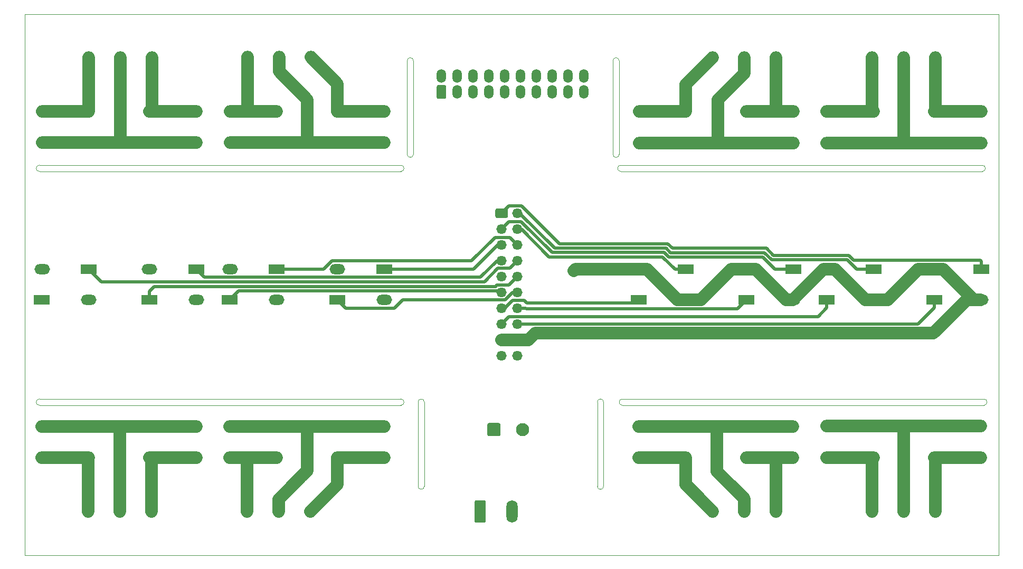
<source format=gbr>
%TF.GenerationSoftware,KiCad,Pcbnew,5.1.9-73d0e3b20d~88~ubuntu20.04.1*%
%TF.CreationDate,2021-03-03T11:34:14+04:00*%
%TF.ProjectId,relay_board,72656c61-795f-4626-9f61-72642e6b6963,rev?*%
%TF.SameCoordinates,Original*%
%TF.FileFunction,Copper,L1,Top*%
%TF.FilePolarity,Positive*%
%FSLAX46Y46*%
G04 Gerber Fmt 4.6, Leading zero omitted, Abs format (unit mm)*
G04 Created by KiCad (PCBNEW 5.1.9-73d0e3b20d~88~ubuntu20.04.1) date 2021-03-03 11:34:14*
%MOMM*%
%LPD*%
G01*
G04 APERTURE LIST*
%TA.AperFunction,Profile*%
%ADD10C,0.050000*%
%TD*%
%TA.AperFunction,Profile*%
%ADD11C,0.100000*%
%TD*%
%TA.AperFunction,ComponentPad*%
%ADD12O,1.500000X2.200000*%
%TD*%
%TA.AperFunction,ComponentPad*%
%ADD13O,2.000000X2.000000*%
%TD*%
%TA.AperFunction,ComponentPad*%
%ADD14O,2.500000X1.650000*%
%TD*%
%TA.AperFunction,ComponentPad*%
%ADD15R,2.500000X1.650000*%
%TD*%
%TA.AperFunction,ComponentPad*%
%ADD16O,1.650000X1.500000*%
%TD*%
%TA.AperFunction,ComponentPad*%
%ADD17O,1.800000X3.600000*%
%TD*%
%TA.AperFunction,ComponentPad*%
%ADD18C,2.100000*%
%TD*%
%TA.AperFunction,ViaPad*%
%ADD19C,0.800000*%
%TD*%
%TA.AperFunction,Conductor*%
%ADD20C,2.000000*%
%TD*%
%TA.AperFunction,Conductor*%
%ADD21C,0.500000*%
%TD*%
%TA.AperFunction,Conductor*%
%ADD22C,0.400000*%
%TD*%
%TA.AperFunction,Conductor*%
%ADD23C,1.750000*%
%TD*%
G04 APERTURE END LIST*
D10*
X145750000Y-46500000D02*
X145750000Y-50500000D01*
X146750000Y-46500000D02*
X146750000Y-50500000D01*
X112750000Y-46500000D02*
X112750000Y-50500000D01*
X113750000Y-46500000D02*
X113750000Y-50500000D01*
X144250000Y-112250000D02*
X144250000Y-114750000D01*
X143250000Y-112250000D02*
X143250000Y-114750000D01*
X114500000Y-101250000D02*
G75*
G02*
X115500000Y-101250000I500000J0D01*
G01*
X115500000Y-114750000D02*
G75*
G02*
X114500000Y-114750000I-500000J0D01*
G01*
X114500000Y-101250000D02*
X114500000Y-114750000D01*
X115500000Y-114750000D02*
X115500000Y-101250000D01*
X143250000Y-101250000D02*
G75*
G02*
X144250000Y-101250000I500000J0D01*
G01*
X144250000Y-114750000D02*
G75*
G02*
X143250000Y-114750000I-500000J0D01*
G01*
X143250000Y-101250000D02*
X143250000Y-112250000D01*
X144250000Y-112250000D02*
X144250000Y-101250000D01*
X112750000Y-46500000D02*
G75*
G02*
X113750000Y-46500000I500000J0D01*
G01*
X113750000Y-61500000D02*
G75*
G02*
X112750000Y-61500000I-500000J0D01*
G01*
X112750000Y-50500000D02*
X112750000Y-61500000D01*
X113750000Y-61500000D02*
X113750000Y-50500000D01*
X145750000Y-46500000D02*
G75*
G02*
X146750000Y-46500000I500000J0D01*
G01*
X146750000Y-61500000D02*
G75*
G02*
X145750000Y-61500000I-500000J0D01*
G01*
X145750000Y-50500000D02*
X145750000Y-61500000D01*
X146750000Y-61500000D02*
X146750000Y-50500000D01*
X53750000Y-64250000D02*
X111750000Y-64250000D01*
X111750000Y-63250000D02*
X53750000Y-63250000D01*
X53750000Y-64250000D02*
G75*
G02*
X53750000Y-63250000I0J500000D01*
G01*
X111750000Y-63250000D02*
G75*
G02*
X111750000Y-64250000I0J-500000D01*
G01*
X53750000Y-101750000D02*
X111750000Y-101750000D01*
X111750000Y-100750000D02*
X53750000Y-100750000D01*
X53750000Y-101750000D02*
G75*
G02*
X53750000Y-100750000I0J500000D01*
G01*
X111750000Y-100750000D02*
G75*
G02*
X111750000Y-101750000I0J-500000D01*
G01*
X147250000Y-101750000D02*
X205250000Y-101750000D01*
X205250000Y-100750000D02*
X147250000Y-100750000D01*
X147250000Y-101750000D02*
G75*
G02*
X147250000Y-100750000I0J500000D01*
G01*
X205250000Y-100750000D02*
G75*
G02*
X205250000Y-101750000I0J-500000D01*
G01*
X147000000Y-64250000D02*
G75*
G02*
X147000000Y-63250000I0J500000D01*
G01*
X205000000Y-63250000D02*
G75*
G02*
X205000000Y-64250000I0J-500000D01*
G01*
X147000000Y-64250000D02*
X205000000Y-64250000D01*
X205000000Y-63250000D02*
X147000000Y-63250000D01*
D11*
X207600000Y-125800000D02*
X51400000Y-125800000D01*
X207600000Y-39000000D02*
X207600000Y-125800000D01*
X51400000Y-125800000D02*
X51400000Y-39000000D01*
X51400000Y-39000000D02*
X207600000Y-39000000D01*
D12*
%TO.P,J12,20*%
%TO.N,GND*%
X141110000Y-48960000D03*
%TO.P,J12,18*%
%TO.N,/COM*%
X138570000Y-48960000D03*
%TO.P,J12,16*%
%TO.N,/L16*%
X136030000Y-48960000D03*
%TO.P,J12,14*%
%TO.N,/L14*%
X133490000Y-48960000D03*
%TO.P,J12,12*%
%TO.N,/L12*%
X130950000Y-48960000D03*
%TO.P,J12,10*%
%TO.N,/L10*%
X128410000Y-48960000D03*
%TO.P,J12,8*%
%TO.N,/L8*%
X125870000Y-48960000D03*
%TO.P,J12,6*%
%TO.N,/L6*%
X123330000Y-48960000D03*
%TO.P,J12,4*%
%TO.N,/L4*%
X120790000Y-48960000D03*
%TO.P,J12,2*%
%TO.N,/L2*%
X118250000Y-48960000D03*
%TO.P,J12,19*%
%TO.N,GND*%
X141110000Y-51500000D03*
%TO.P,J12,17*%
%TO.N,/COM*%
X138570000Y-51500000D03*
%TO.P,J12,15*%
%TO.N,/L15*%
X136030000Y-51500000D03*
%TO.P,J12,13*%
%TO.N,/L13*%
X133490000Y-51500000D03*
%TO.P,J12,11*%
%TO.N,/L11*%
X130950000Y-51500000D03*
%TO.P,J12,9*%
%TO.N,/L9*%
X128410000Y-51500000D03*
%TO.P,J12,7*%
%TO.N,/L7*%
X125870000Y-51500000D03*
%TO.P,J12,5*%
%TO.N,/L5*%
X123330000Y-51500000D03*
%TO.P,J12,3*%
%TO.N,/L3*%
X120790000Y-51500000D03*
%TO.P,J12,1*%
%TO.N,/L1*%
%TA.AperFunction,ComponentPad*%
G36*
G01*
X118779500Y-52600000D02*
X117720500Y-52600000D01*
G75*
G02*
X117500000Y-52379500I0J220500D01*
G01*
X117500000Y-50620500D01*
G75*
G02*
X117720500Y-50400000I220500J0D01*
G01*
X118779500Y-50400000D01*
G75*
G02*
X119000000Y-50620500I0J-220500D01*
G01*
X119000000Y-52379500D01*
G75*
G02*
X118779500Y-52600000I-220500J0D01*
G01*
G37*
%TD.AperFunction*%
%TD*%
D13*
%TO.P,K15,14*%
%TO.N,/sheet6028DD5A/3*%
X180050000Y-110160000D03*
%TO.P,K15,21*%
%TO.N,/sheet6028DD5A/L2*%
X187550000Y-105120000D03*
%TO.P,K15,24*%
%TO.N,/sheet6028DD5A/3*%
X187550000Y-110160000D03*
%TO.P,K15,11*%
%TO.N,/sheet6028DD5A/L2*%
X180050000Y-105120000D03*
D14*
%TO.P,K15,A2*%
%TO.N,/COM*%
X187550000Y-84820000D03*
D15*
%TO.P,K15,A1*%
%TO.N,/L15*%
X180050000Y-84820000D03*
%TD*%
%TO.P,J1,1*%
%TO.N,/L1*%
%TA.AperFunction,ComponentPad*%
G36*
G01*
X126900000Y-71489500D02*
X126900000Y-70430500D01*
G75*
G02*
X127120500Y-70210000I220500J0D01*
G01*
X128679500Y-70210000D01*
G75*
G02*
X128900000Y-70430500I0J-220500D01*
G01*
X128900000Y-71489500D01*
G75*
G02*
X128679500Y-71710000I-220500J0D01*
G01*
X127120500Y-71710000D01*
G75*
G02*
X126900000Y-71489500I0J220500D01*
G01*
G37*
%TD.AperFunction*%
D16*
%TO.P,J1,3*%
%TO.N,/L3*%
X127900000Y-73500000D03*
%TO.P,J1,5*%
%TO.N,/L5*%
X127900000Y-76040000D03*
%TO.P,J1,7*%
%TO.N,/L7*%
X127900000Y-78580000D03*
%TO.P,J1,9*%
%TO.N,/L9*%
X127900000Y-81120000D03*
%TO.P,J1,11*%
%TO.N,/L11*%
X127900000Y-83660000D03*
%TO.P,J1,13*%
%TO.N,/L13*%
X127900000Y-86200000D03*
%TO.P,J1,15*%
%TO.N,/L15*%
X127900000Y-88740000D03*
%TO.P,J1,17*%
%TO.N,/COM*%
X127900000Y-91280000D03*
%TO.P,J1,19*%
%TO.N,GND*%
X127900000Y-93820000D03*
%TO.P,J1,2*%
%TO.N,/L2*%
X130440000Y-70960000D03*
%TO.P,J1,4*%
%TO.N,/L4*%
X130440000Y-73500000D03*
%TO.P,J1,6*%
%TO.N,/L6*%
X130440000Y-76040000D03*
%TO.P,J1,8*%
%TO.N,/L8*%
X130440000Y-78580000D03*
%TO.P,J1,10*%
%TO.N,/L10*%
X130440000Y-81120000D03*
%TO.P,J1,12*%
%TO.N,/L12*%
X130440000Y-83660000D03*
%TO.P,J1,14*%
%TO.N,/L14*%
X130440000Y-86200000D03*
%TO.P,J1,16*%
%TO.N,/L16*%
X130440000Y-88740000D03*
%TO.P,J1,18*%
%TO.N,/COM*%
X130440000Y-91280000D03*
%TO.P,J1,20*%
%TO.N,GND*%
X130440000Y-93820000D03*
%TD*%
D13*
%TO.P,K16,14*%
%TO.N,/sheet6028DD5A/4*%
X197290000Y-110160000D03*
%TO.P,K16,21*%
%TO.N,/sheet6028DD5A/L2*%
X204790000Y-105120000D03*
%TO.P,K16,24*%
%TO.N,/sheet6028DD5A/4*%
X204790000Y-110160000D03*
%TO.P,K16,11*%
%TO.N,/sheet6028DD5A/L2*%
X197290000Y-105120000D03*
D14*
%TO.P,K16,A2*%
%TO.N,/COM*%
X204790000Y-84820000D03*
D15*
%TO.P,K16,A1*%
%TO.N,/L16*%
X197290000Y-84820000D03*
%TD*%
D13*
%TO.P,K14,14*%
%TO.N,/sheet6028DD5A/2*%
X167150000Y-110170000D03*
%TO.P,K14,21*%
%TO.N,/sheet6028DD5A/L1*%
X174650000Y-105130000D03*
%TO.P,K14,24*%
%TO.N,/sheet6028DD5A/2*%
X174650000Y-110170000D03*
%TO.P,K14,11*%
%TO.N,/sheet6028DD5A/L1*%
X167150000Y-105130000D03*
D14*
%TO.P,K14,A2*%
%TO.N,/COM*%
X174650000Y-84830000D03*
D15*
%TO.P,K14,A1*%
%TO.N,/L14*%
X167150000Y-84830000D03*
%TD*%
D13*
%TO.P,K13,14*%
%TO.N,/sheet6028DD5A/1*%
X149920000Y-110170000D03*
%TO.P,K13,21*%
%TO.N,/sheet6028DD5A/L1*%
X157420000Y-105130000D03*
%TO.P,K13,24*%
%TO.N,/sheet6028DD5A/1*%
X157420000Y-110170000D03*
%TO.P,K13,11*%
%TO.N,/sheet6028DD5A/L1*%
X149920000Y-105130000D03*
D14*
%TO.P,K13,A2*%
%TO.N,/COM*%
X157420000Y-84830000D03*
D15*
%TO.P,K13,A1*%
%TO.N,/L13*%
X149920000Y-84830000D03*
%TD*%
D13*
%TO.P,K12,14*%
%TO.N,/3relay_block/4*%
X101550000Y-110180000D03*
%TO.P,K12,21*%
%TO.N,/3relay_block/L2*%
X109050000Y-105140000D03*
%TO.P,K12,24*%
%TO.N,/3relay_block/4*%
X109050000Y-110180000D03*
%TO.P,K12,11*%
%TO.N,/3relay_block/L2*%
X101550000Y-105140000D03*
D14*
%TO.P,K12,A2*%
%TO.N,/COM*%
X109050000Y-84840000D03*
D15*
%TO.P,K12,A1*%
%TO.N,/L12*%
X101550000Y-84840000D03*
%TD*%
D13*
%TO.P,K11,14*%
%TO.N,/3relay_block/3*%
X84300000Y-110180000D03*
%TO.P,K11,21*%
%TO.N,/3relay_block/L2*%
X91800000Y-105140000D03*
%TO.P,K11,24*%
%TO.N,/3relay_block/3*%
X91800000Y-110180000D03*
%TO.P,K11,11*%
%TO.N,/3relay_block/L2*%
X84300000Y-105140000D03*
D14*
%TO.P,K11,A2*%
%TO.N,/COM*%
X91800000Y-84840000D03*
D15*
%TO.P,K11,A1*%
%TO.N,/L11*%
X84300000Y-84840000D03*
%TD*%
D13*
%TO.P,K10,14*%
%TO.N,/3relay_block/2*%
X71400000Y-110180000D03*
%TO.P,K10,21*%
%TO.N,/3relay_block/L1*%
X78900000Y-105140000D03*
%TO.P,K10,24*%
%TO.N,/3relay_block/2*%
X78900000Y-110180000D03*
%TO.P,K10,11*%
%TO.N,/3relay_block/L1*%
X71400000Y-105140000D03*
D14*
%TO.P,K10,A2*%
%TO.N,/COM*%
X78900000Y-84840000D03*
D15*
%TO.P,K10,A1*%
%TO.N,/L10*%
X71400000Y-84840000D03*
%TD*%
D13*
%TO.P,K9,14*%
%TO.N,/3relay_block/1*%
X54170000Y-110200000D03*
%TO.P,K9,21*%
%TO.N,/3relay_block/L1*%
X61670000Y-105160000D03*
%TO.P,K9,24*%
%TO.N,/3relay_block/1*%
X61670000Y-110200000D03*
%TO.P,K9,11*%
%TO.N,/3relay_block/L1*%
X54170000Y-105160000D03*
D14*
%TO.P,K9,A2*%
%TO.N,/COM*%
X61670000Y-84860000D03*
D15*
%TO.P,K9,A1*%
%TO.N,/L9*%
X54170000Y-84860000D03*
%TD*%
D13*
%TO.P,K8,14*%
%TO.N,/sheet60201268/4*%
X61700000Y-54610000D03*
%TO.P,K8,21*%
%TO.N,/sheet60201268/L2*%
X54200000Y-59650000D03*
%TO.P,K8,24*%
%TO.N,/sheet60201268/4*%
X54200000Y-54610000D03*
%TO.P,K8,11*%
%TO.N,/sheet60201268/L2*%
X61700000Y-59650000D03*
D14*
%TO.P,K8,A2*%
%TO.N,/COM*%
X54200000Y-79950000D03*
D15*
%TO.P,K8,A1*%
%TO.N,/L8*%
X61700000Y-79950000D03*
%TD*%
D13*
%TO.P,K7,14*%
%TO.N,/sheet60201268/3*%
X78930000Y-54610000D03*
%TO.P,K7,21*%
%TO.N,/sheet60201268/L2*%
X71430000Y-59650000D03*
%TO.P,K7,24*%
%TO.N,/sheet60201268/3*%
X71430000Y-54610000D03*
%TO.P,K7,11*%
%TO.N,/sheet60201268/L2*%
X78930000Y-59650000D03*
D14*
%TO.P,K7,A2*%
%TO.N,/COM*%
X71430000Y-79950000D03*
D15*
%TO.P,K7,A1*%
%TO.N,/L7*%
X78930000Y-79950000D03*
%TD*%
D13*
%TO.P,K6,14*%
%TO.N,/sheet60201268/2*%
X91820000Y-54610000D03*
%TO.P,K6,21*%
%TO.N,/sheet60201268/L1*%
X84320000Y-59650000D03*
%TO.P,K6,24*%
%TO.N,/sheet60201268/2*%
X84320000Y-54610000D03*
%TO.P,K6,11*%
%TO.N,/sheet60201268/L1*%
X91820000Y-59650000D03*
D14*
%TO.P,K6,A2*%
%TO.N,/COM*%
X84320000Y-79950000D03*
D15*
%TO.P,K6,A1*%
%TO.N,/L6*%
X91820000Y-79950000D03*
%TD*%
D13*
%TO.P,K5,14*%
%TO.N,/sheet60201268/1*%
X109070000Y-54610000D03*
%TO.P,K5,21*%
%TO.N,/sheet60201268/L1*%
X101570000Y-59650000D03*
%TO.P,K5,24*%
%TO.N,/sheet60201268/1*%
X101570000Y-54610000D03*
%TO.P,K5,11*%
%TO.N,/sheet60201268/L1*%
X109070000Y-59650000D03*
D14*
%TO.P,K5,A2*%
%TO.N,/COM*%
X101570000Y-79950000D03*
D15*
%TO.P,K5,A1*%
%TO.N,/L5*%
X109070000Y-79950000D03*
%TD*%
D13*
%TO.P,K4,14*%
%TO.N,/4relay_block/4*%
X157440000Y-54620000D03*
%TO.P,K4,21*%
%TO.N,/4relay_block/L2*%
X149940000Y-59660000D03*
%TO.P,K4,24*%
%TO.N,/4relay_block/4*%
X149940000Y-54620000D03*
%TO.P,K4,11*%
%TO.N,/4relay_block/L2*%
X157440000Y-59660000D03*
D14*
%TO.P,K4,A2*%
%TO.N,/COM*%
X149940000Y-79960000D03*
D15*
%TO.P,K4,A1*%
%TO.N,/L4*%
X157440000Y-79960000D03*
%TD*%
D13*
%TO.P,K3,14*%
%TO.N,/4relay_block/3*%
X174670000Y-54620000D03*
%TO.P,K3,21*%
%TO.N,/4relay_block/L2*%
X167170000Y-59660000D03*
%TO.P,K3,24*%
%TO.N,/4relay_block/3*%
X167170000Y-54620000D03*
%TO.P,K3,11*%
%TO.N,/4relay_block/L2*%
X174670000Y-59660000D03*
D14*
%TO.P,K3,A2*%
%TO.N,/COM*%
X167170000Y-79960000D03*
D15*
%TO.P,K3,A1*%
%TO.N,/L3*%
X174670000Y-79960000D03*
%TD*%
D13*
%TO.P,K2,14*%
%TO.N,/4relay_block/2*%
X187570000Y-54630000D03*
%TO.P,K2,21*%
%TO.N,/4relay_block/L1*%
X180070000Y-59670000D03*
%TO.P,K2,24*%
%TO.N,/4relay_block/2*%
X180070000Y-54630000D03*
%TO.P,K2,11*%
%TO.N,/4relay_block/L1*%
X187570000Y-59670000D03*
D14*
%TO.P,K2,A2*%
%TO.N,/COM*%
X180070000Y-79970000D03*
D15*
%TO.P,K2,A1*%
%TO.N,/L2*%
X187570000Y-79970000D03*
%TD*%
D13*
%TO.P,K1,14*%
%TO.N,/4relay_block/1*%
X204810000Y-54630000D03*
%TO.P,K1,21*%
%TO.N,/4relay_block/L1*%
X197310000Y-59670000D03*
%TO.P,K1,24*%
%TO.N,/4relay_block/1*%
X197310000Y-54630000D03*
%TO.P,K1,11*%
%TO.N,/4relay_block/L1*%
X204810000Y-59670000D03*
D14*
%TO.P,K1,A2*%
%TO.N,/COM*%
X197310000Y-79970000D03*
D15*
%TO.P,K1,A1*%
%TO.N,/L1*%
X204810000Y-79970000D03*
%TD*%
D13*
%TO.P,J11,3*%
%TO.N,/sheet6028DD5A/4*%
X197480000Y-118810000D03*
%TO.P,J11,2*%
%TO.N,/sheet6028DD5A/L2*%
X192400000Y-118810000D03*
%TO.P,J11,1*%
%TO.N,/sheet6028DD5A/3*%
X187320000Y-118810000D03*
%TD*%
%TO.P,J10,3*%
%TO.N,/sheet6028DD5A/2*%
X171930000Y-118800000D03*
%TO.P,J10,2*%
%TO.N,/sheet6028DD5A/L1*%
X166850000Y-118800000D03*
%TO.P,J10,1*%
%TO.N,/sheet6028DD5A/1*%
X161770000Y-118800000D03*
%TD*%
%TO.P,J9,3*%
%TO.N,/3relay_block/4*%
X97200000Y-118800000D03*
%TO.P,J9,2*%
%TO.N,/3relay_block/L2*%
X92120000Y-118800000D03*
%TO.P,J9,1*%
%TO.N,/3relay_block/3*%
X87040000Y-118800000D03*
%TD*%
%TO.P,J8,3*%
%TO.N,/3relay_block/2*%
X71720000Y-118810000D03*
%TO.P,J8,2*%
%TO.N,/3relay_block/L1*%
X66640000Y-118810000D03*
%TO.P,J8,1*%
%TO.N,/3relay_block/1*%
X61560000Y-118810000D03*
%TD*%
%TO.P,J7,3*%
%TO.N,/sheet60201268/4*%
X61660000Y-45990000D03*
%TO.P,J7,2*%
%TO.N,/sheet60201268/L2*%
X66740000Y-45990000D03*
%TO.P,J7,1*%
%TO.N,/sheet60201268/3*%
X71820000Y-45990000D03*
%TD*%
%TO.P,J6,3*%
%TO.N,/sheet60201268/2*%
X87160000Y-45930000D03*
%TO.P,J6,2*%
%TO.N,/sheet60201268/L1*%
X92240000Y-45930000D03*
%TO.P,J6,1*%
%TO.N,/sheet60201268/1*%
X97320000Y-45930000D03*
%TD*%
%TO.P,J5,3*%
%TO.N,/4relay_block/4*%
X161780000Y-45970000D03*
%TO.P,J5,2*%
%TO.N,/4relay_block/L2*%
X166860000Y-45970000D03*
%TO.P,J5,1*%
%TO.N,/4relay_block/3*%
X171940000Y-45970000D03*
%TD*%
%TO.P,J4,3*%
%TO.N,/4relay_block/2*%
X187310000Y-45980000D03*
%TO.P,J4,2*%
%TO.N,/4relay_block/L1*%
X192390000Y-45980000D03*
%TO.P,J4,1*%
%TO.N,/4relay_block/1*%
X197470000Y-45980000D03*
%TD*%
D17*
%TO.P,J3,2*%
%TO.N,GND*%
X129540000Y-118800000D03*
%TO.P,J3,1*%
%TO.N,/COM*%
%TA.AperFunction,ComponentPad*%
G36*
G01*
X123560000Y-120350000D02*
X123560000Y-117250000D01*
G75*
G02*
X123810000Y-117000000I250000J0D01*
G01*
X125110000Y-117000000D01*
G75*
G02*
X125360000Y-117250000I0J-250000D01*
G01*
X125360000Y-120350000D01*
G75*
G02*
X125110000Y-120600000I-250000J0D01*
G01*
X123810000Y-120600000D01*
G75*
G02*
X123560000Y-120350000I0J250000D01*
G01*
G37*
%TD.AperFunction*%
%TD*%
%TO.P,J2,1*%
%TO.N,/COM*%
%TA.AperFunction,ComponentPad*%
G36*
G01*
X125610000Y-106460001D02*
X125610000Y-104859999D01*
G75*
G02*
X125859999Y-104610000I249999J0D01*
G01*
X127460001Y-104610000D01*
G75*
G02*
X127710000Y-104859999I0J-249999D01*
G01*
X127710000Y-106460001D01*
G75*
G02*
X127460001Y-106710000I-249999J0D01*
G01*
X125859999Y-106710000D01*
G75*
G02*
X125610000Y-106460001I0J249999D01*
G01*
G37*
%TD.AperFunction*%
D18*
%TO.P,J2,2*%
%TO.N,GND*%
X131260000Y-105660000D03*
%TD*%
D19*
%TO.N,/COM*%
X139465119Y-80224881D03*
%TO.N,/4relay_block/4*%
X151880000Y-54620000D03*
X153380000Y-54620000D03*
X155380000Y-54620000D03*
X157440000Y-52060000D03*
X157440000Y-50560000D03*
X158625000Y-49125000D03*
X159875000Y-47875000D03*
%TO.N,/4relay_block/3*%
X172380000Y-54620000D03*
X170880000Y-54620000D03*
X169380000Y-54620000D03*
X171940000Y-52060000D03*
X171940000Y-50560000D03*
X171940000Y-49060000D03*
%TO.N,/4relay_block/2*%
X187310000Y-48690000D03*
X187310000Y-50190000D03*
X187310000Y-52190000D03*
X185370000Y-54630000D03*
X183870000Y-54630000D03*
X182370000Y-54630000D03*
%TO.N,/4relay_block/1*%
X202870000Y-54630000D03*
X200870000Y-54630000D03*
X198870000Y-54630000D03*
X197470000Y-52530000D03*
X197470000Y-50530000D03*
X197470000Y-48530000D03*
%TO.N,/sheet60201268/4*%
X58000000Y-54610000D03*
X59390000Y-54610000D03*
X61640000Y-52360000D03*
X61660000Y-50340000D03*
X61660000Y-48340000D03*
X56390000Y-54610000D03*
%TO.N,/sheet60201268/3*%
X71820000Y-48180000D03*
X71820000Y-50180000D03*
X71820000Y-52180000D03*
X73390000Y-54610000D03*
X75390000Y-54610000D03*
X77000000Y-54610000D03*
%TO.N,/sheet60201268/2*%
X90000000Y-54610000D03*
X87160000Y-47840000D03*
X87160000Y-49840000D03*
X87160000Y-51840000D03*
X86390000Y-54610000D03*
X88000000Y-54610000D03*
%TO.N,/sheet60201268/1*%
X107390000Y-54610000D03*
X105390000Y-54610000D03*
X103390000Y-54610000D03*
X98695000Y-47305000D03*
X100000000Y-48500000D03*
X101570000Y-50180000D03*
X101570000Y-52430000D03*
%TO.N,/sheet6028DD5A/4*%
X199340000Y-110160000D03*
X200840000Y-110160000D03*
X202840000Y-110160000D03*
X197480000Y-112520000D03*
X197480000Y-114520000D03*
X197480000Y-116020000D03*
%TO.N,/sheet6028DD5A/3*%
X181840000Y-110160000D03*
X183840000Y-110160000D03*
X185840000Y-110160000D03*
X187320000Y-112680000D03*
X187320000Y-116180000D03*
X187320000Y-114500000D03*
%TO.N,/sheet6028DD5A/2*%
X169330000Y-110170000D03*
X171330000Y-110170000D03*
X172830000Y-110170000D03*
X171930000Y-112570000D03*
X171930000Y-114570000D03*
X171930000Y-116570000D03*
%TO.N,/sheet6028DD5A/1*%
X159735000Y-116765000D03*
X157985000Y-115015000D03*
X157420000Y-113080000D03*
X155330000Y-110170000D03*
X153330000Y-110170000D03*
X151830000Y-110170000D03*
%TO.N,/3relay_block/4*%
X103820000Y-110180000D03*
X105320000Y-110180000D03*
X106820000Y-110180000D03*
X101550000Y-113450000D03*
X100500000Y-115500000D03*
X99000000Y-117000000D03*
%TO.N,/3relay_block/3*%
X86320000Y-110180000D03*
X88320000Y-110180000D03*
X89820000Y-110180000D03*
X87040000Y-112960000D03*
X87040000Y-114960000D03*
X87040000Y-116460000D03*
%TO.N,/3relay_block/2*%
X73820000Y-110180000D03*
X75500000Y-110180000D03*
X77000000Y-110180000D03*
X71720000Y-112280000D03*
X71720000Y-114280000D03*
X71720000Y-116280000D03*
%TO.N,/3relay_block/1*%
X56300000Y-110200000D03*
X58000000Y-110000000D03*
X59800000Y-110200000D03*
X61560000Y-112440000D03*
X61560000Y-114440000D03*
X61560000Y-116440000D03*
%TO.N,/4relay_block/L1*%
X198830000Y-59670000D03*
X202830000Y-59670000D03*
X200830000Y-59670000D03*
X192390000Y-48610000D03*
X192390000Y-50610000D03*
X192390000Y-52610000D03*
X192390000Y-55000000D03*
X192390000Y-57500000D03*
X194500000Y-59670000D03*
X192000000Y-59500000D03*
X190000000Y-59500000D03*
X185330000Y-59670000D03*
X183830000Y-59670000D03*
X182330000Y-59670000D03*
%TO.N,/4relay_block/L2*%
X172340000Y-59660000D03*
X170840000Y-59660000D03*
X169340000Y-59660000D03*
X165340000Y-59660000D03*
X162500000Y-59500000D03*
X159340000Y-59660000D03*
X155340000Y-59660000D03*
X153340000Y-59660000D03*
X151840000Y-59660000D03*
X166860000Y-48140000D03*
X163180000Y-52180000D03*
X164930000Y-50430000D03*
X162630000Y-54870000D03*
X162600000Y-57500000D03*
%TO.N,/sheet60201268/L1*%
X107350000Y-59650000D03*
X105350000Y-59650000D03*
X103350000Y-59650000D03*
X99350000Y-59650000D03*
X93350000Y-59650000D03*
X96500000Y-59650000D03*
X96760000Y-57000000D03*
X96760000Y-54240000D03*
X96015000Y-51985000D03*
X94015000Y-49985000D03*
X92240000Y-48210000D03*
X90350000Y-59650000D03*
X88350000Y-59650000D03*
X86350000Y-59650000D03*
%TO.N,/sheet60201268/L2*%
X77350000Y-59650000D03*
X75350000Y-59650000D03*
X73350000Y-59650000D03*
X69350000Y-59650000D03*
X63350000Y-59650000D03*
X66500000Y-59650000D03*
X60000000Y-59650000D03*
X58350000Y-59650000D03*
X56350000Y-59650000D03*
X66740000Y-57500000D03*
X66740000Y-55000000D03*
X66740000Y-52260000D03*
X66740000Y-50260000D03*
X66740000Y-48260000D03*
%TO.N,/3relay_block/L1*%
X76840000Y-105160000D03*
X74840000Y-105160000D03*
X73340000Y-105160000D03*
X69340000Y-105160000D03*
X66610000Y-105160000D03*
X64340000Y-105160000D03*
X59840000Y-105160000D03*
X57840000Y-105160000D03*
X56340000Y-105160000D03*
X66640000Y-116360000D03*
X66640000Y-114360000D03*
X66640000Y-112360000D03*
X66640000Y-109860000D03*
X66640000Y-107360000D03*
%TO.N,/3relay_block/L2*%
X106860000Y-105140000D03*
X105360000Y-105140000D03*
X103860000Y-105140000D03*
X99360000Y-105140000D03*
X94360000Y-105140000D03*
X89860000Y-105140000D03*
X87860000Y-105140000D03*
X86360000Y-105140000D03*
X92475000Y-116475000D03*
X93975000Y-114975000D03*
X95725000Y-113225000D03*
X96700000Y-110800000D03*
X96700000Y-108300000D03*
X96660000Y-105140000D03*
%TO.N,/sheet6028DD5A/L1*%
X151870000Y-105130000D03*
X153370000Y-105130000D03*
X155370000Y-105130000D03*
X159500000Y-105130000D03*
X162000000Y-105130000D03*
X164500000Y-105130000D03*
X169370000Y-105130000D03*
X171370000Y-105130000D03*
X172870000Y-105130000D03*
X162500000Y-108000000D03*
X162460000Y-110540000D03*
X162795000Y-112705000D03*
X164545000Y-114455000D03*
X166295000Y-116205000D03*
%TO.N,/sheet6028DD5A/L2*%
X202880000Y-105120000D03*
X200880000Y-105120000D03*
X199380000Y-105120000D03*
X194880000Y-105120000D03*
X192000000Y-105120000D03*
X189500000Y-105120000D03*
X185380000Y-105120000D03*
X183380000Y-105120000D03*
X181880000Y-105120000D03*
X192400000Y-116100000D03*
X192400000Y-114600000D03*
X192400000Y-112600000D03*
X192400000Y-110600000D03*
X192400000Y-108100000D03*
%TD*%
D20*
%TO.N,/COM*%
X139730000Y-79960000D02*
X139465119Y-80224881D01*
X149940000Y-79960000D02*
X139730000Y-79960000D01*
X130440000Y-91280000D02*
X127900000Y-91280000D01*
X133270000Y-90200000D02*
X132190000Y-91280000D01*
X197150000Y-90200000D02*
X133270000Y-90200000D01*
X132190000Y-91280000D02*
X130440000Y-91280000D01*
X202530000Y-84820000D02*
X197150000Y-90200000D01*
X204790000Y-84820000D02*
X202530000Y-84820000D01*
X198730000Y-79970000D02*
X203580000Y-84820000D01*
X203580000Y-84820000D02*
X204790000Y-84820000D01*
X197310000Y-79970000D02*
X198730000Y-79970000D01*
X194700000Y-79970000D02*
X189850000Y-84820000D01*
X189850000Y-84820000D02*
X187550000Y-84820000D01*
X197310000Y-79970000D02*
X194700000Y-79970000D01*
X186240000Y-84820000D02*
X187550000Y-84820000D01*
X181390000Y-79970000D02*
X186240000Y-84820000D01*
X180070000Y-79970000D02*
X181390000Y-79970000D01*
X179510000Y-79970000D02*
X174650000Y-84830000D01*
X180070000Y-79970000D02*
X179510000Y-79970000D01*
X168680000Y-79960000D02*
X167170000Y-79960000D01*
X173550000Y-84830000D02*
X168680000Y-79960000D01*
X174650000Y-84830000D02*
X173550000Y-84830000D01*
X159860000Y-84830000D02*
X157420000Y-84830000D01*
X164730000Y-79960000D02*
X159860000Y-84830000D01*
X167170000Y-79960000D02*
X164730000Y-79960000D01*
X151240000Y-79960000D02*
X149940000Y-79960000D01*
X156110000Y-84830000D02*
X151240000Y-79960000D01*
X157420000Y-84830000D02*
X156110000Y-84830000D01*
D21*
%TO.N,/L16*%
X197290000Y-86145000D02*
X194695000Y-88740000D01*
X194695000Y-88740000D02*
X130440000Y-88740000D01*
X197290000Y-84820000D02*
X197290000Y-86145000D01*
%TO.N,/L14*%
X167150000Y-84830000D02*
X165699990Y-86280010D01*
X165699990Y-86280010D02*
X131845010Y-86280010D01*
X131845010Y-86280010D02*
X131765000Y-86200000D01*
X131765000Y-86200000D02*
X130440000Y-86200000D01*
%TO.N,/L12*%
X110650000Y-86220000D02*
X102930000Y-86220000D01*
X102930000Y-86220000D02*
X101550000Y-84840000D01*
X112009990Y-84860010D02*
X110650000Y-86220000D01*
X128479990Y-84860010D02*
X112009990Y-84860010D01*
X129680000Y-83660000D02*
X128479990Y-84860010D01*
X130440000Y-83660000D02*
X129680000Y-83660000D01*
%TO.N,/L10*%
X85420046Y-82729989D02*
X72185011Y-82729989D01*
X71400000Y-83515000D02*
X71400000Y-84840000D01*
X126912941Y-82699989D02*
X85450046Y-82699989D01*
X130440000Y-81120000D02*
X129100010Y-82459990D01*
X129100010Y-82459990D02*
X127152940Y-82459990D01*
X127152940Y-82459990D02*
X126912941Y-82699989D01*
X85450046Y-82699989D02*
X85420046Y-82729989D01*
X72185011Y-82729989D02*
X71400000Y-83515000D01*
%TO.N,/L8*%
X129239990Y-79780010D02*
X130440000Y-78580000D01*
X127292920Y-79780010D02*
X129239990Y-79780010D01*
X125142930Y-81930000D02*
X127292920Y-79780010D01*
X63680000Y-81930000D02*
X125142930Y-81930000D01*
X61700000Y-79950000D02*
X63680000Y-81930000D01*
%TO.N,/L6*%
X123060000Y-78590000D02*
X100690000Y-78590000D01*
X99330000Y-79950000D02*
X91820000Y-79950000D01*
X126830010Y-74819990D02*
X123060000Y-78590000D01*
X129219990Y-74819990D02*
X126830010Y-74819990D01*
X100690000Y-78590000D02*
X99330000Y-79950000D01*
X130440000Y-76040000D02*
X129219990Y-74819990D01*
%TO.N,/L4*%
X155690000Y-79960000D02*
X157440000Y-79960000D01*
X130440000Y-73500000D02*
X131060000Y-73500000D01*
X135520000Y-77960000D02*
X153690000Y-77960000D01*
X153690000Y-77960000D02*
X155690000Y-79960000D01*
X131060000Y-73500000D02*
X135520000Y-77960000D01*
%TO.N,/L2*%
X154979919Y-77269989D02*
X154269908Y-76559978D01*
X183290000Y-78400000D02*
X171199964Y-78400000D01*
X154269908Y-76559978D02*
X136389978Y-76559978D01*
X130790000Y-70960000D02*
X130440000Y-70960000D01*
X136389978Y-76559978D02*
X130790000Y-70960000D01*
X170069954Y-77269989D02*
X154979919Y-77269989D01*
X171199964Y-78400000D02*
X170069954Y-77269989D01*
X187570000Y-79970000D02*
X184860000Y-79970000D01*
X184860000Y-79970000D02*
X183290000Y-78400000D01*
%TO.N,/L15*%
X180050000Y-86145000D02*
X178655010Y-87539990D01*
X129100010Y-87539990D02*
X127900000Y-88740000D01*
X180050000Y-84820000D02*
X180050000Y-86145000D01*
X178655010Y-87539990D02*
X129100010Y-87539990D01*
D22*
%TO.N,/L13*%
X128510000Y-86200000D02*
X127900000Y-86200000D01*
X149920000Y-84830000D02*
X149740000Y-85010000D01*
D21*
X128400000Y-86200000D02*
X127900000Y-86200000D01*
X131520001Y-84970001D02*
X129629999Y-84970001D01*
X129629999Y-84970001D02*
X128400000Y-86200000D01*
X131910000Y-85360000D02*
X131520001Y-84970001D01*
X131940000Y-85330000D02*
X131910000Y-85360000D01*
X149420000Y-85330000D02*
X131940000Y-85330000D01*
X149920000Y-84830000D02*
X149420000Y-85330000D01*
%TO.N,/L11*%
X127640000Y-83400000D02*
X85740000Y-83400000D01*
X85740000Y-83400000D02*
X84300000Y-84840000D01*
X127900000Y-83660000D02*
X127640000Y-83400000D01*
%TO.N,/L7*%
X80210000Y-81230000D02*
X78930000Y-79950000D01*
X124530000Y-81230000D02*
X80210000Y-81230000D01*
X127180000Y-78580000D02*
X124530000Y-81230000D01*
X127900000Y-78580000D02*
X127180000Y-78580000D01*
%TO.N,/L5*%
X123360000Y-79950000D02*
X109070000Y-79950000D01*
X127270000Y-76040000D02*
X123360000Y-79950000D01*
X127900000Y-76040000D02*
X127270000Y-76040000D01*
%TO.N,/L3*%
X154689965Y-77970000D02*
X169780000Y-77970000D01*
X171770000Y-79960000D02*
X174670000Y-79960000D01*
X169780000Y-77970000D02*
X171770000Y-79960000D01*
X153979954Y-77259989D02*
X154689965Y-77970000D01*
X135979989Y-77259989D02*
X153979954Y-77259989D01*
X131019990Y-72299990D02*
X135979989Y-77259989D01*
X129100010Y-72299990D02*
X131019990Y-72299990D01*
X127900000Y-73500000D02*
X129100010Y-72299990D01*
%TO.N,/L1*%
X129100010Y-69759990D02*
X131079990Y-69759990D01*
X183579954Y-77699989D02*
X184379965Y-78500000D01*
X131079990Y-69759990D02*
X137179967Y-75859967D01*
X127900000Y-70960000D02*
X129100010Y-69759990D01*
X137179967Y-75859967D02*
X154559862Y-75859967D01*
X154559862Y-75859967D02*
X155269873Y-76569978D01*
X184379965Y-78500000D02*
X204665000Y-78500000D01*
X155269873Y-76569978D02*
X170359908Y-76569978D01*
X170359908Y-76569978D02*
X171489917Y-77699989D01*
X204665000Y-78500000D02*
X204810000Y-78645000D01*
X171489917Y-77699989D02*
X183579954Y-77699989D01*
X204810000Y-78645000D02*
X204810000Y-79970000D01*
D20*
%TO.N,/4relay_block/4*%
X157440000Y-54620000D02*
X149940000Y-54620000D01*
X157440000Y-54620000D02*
X157440000Y-50310000D01*
X157440000Y-50310000D02*
X161780000Y-45970000D01*
%TO.N,/4relay_block/3*%
X171730000Y-54620000D02*
X174670000Y-54620000D01*
X167170000Y-54620000D02*
X171730000Y-54620000D01*
D23*
X171940000Y-54410000D02*
X171730000Y-54620000D01*
D20*
X171940000Y-54410000D02*
X172150000Y-54620000D01*
X171940000Y-45970000D02*
X171940000Y-54410000D01*
X172150000Y-54620000D02*
X174670000Y-54620000D01*
X167170000Y-54620000D02*
X172150000Y-54620000D01*
D23*
%TO.N,/4relay_block/2*%
X187310000Y-54370000D02*
X187570000Y-54630000D01*
D20*
X180070000Y-54630000D02*
X187570000Y-54630000D01*
X187310000Y-45980000D02*
X187310000Y-54370000D01*
%TO.N,/4relay_block/1*%
X197470000Y-54470000D02*
X197310000Y-54630000D01*
X197470000Y-45980000D02*
X197470000Y-54470000D01*
X197310000Y-54630000D02*
X204810000Y-54630000D01*
%TO.N,/sheet60201268/4*%
X54200000Y-54610000D02*
X56390000Y-54610000D01*
X61640000Y-46010000D02*
X61660000Y-45990000D01*
X61640000Y-54550000D02*
X61640000Y-52360000D01*
X61700000Y-54610000D02*
X61640000Y-54550000D01*
X56390000Y-54610000D02*
X57390000Y-54610000D01*
X57390000Y-54610000D02*
X58390000Y-54610000D01*
X58390000Y-54610000D02*
X59390000Y-54610000D01*
X59390000Y-54610000D02*
X61700000Y-54610000D01*
X61640000Y-52360000D02*
X61640000Y-46010000D01*
%TO.N,/sheet60201268/3*%
X71820000Y-54220000D02*
X71430000Y-54610000D01*
X71820000Y-45990000D02*
X71820000Y-48180000D01*
X78930000Y-54610000D02*
X77390000Y-54610000D01*
X71820000Y-48180000D02*
X71820000Y-49180000D01*
X71820000Y-49180000D02*
X71820000Y-50180000D01*
X71820000Y-50180000D02*
X71820000Y-51180000D01*
X71820000Y-51180000D02*
X71820000Y-52180000D01*
X71820000Y-52180000D02*
X71820000Y-54220000D01*
X73390000Y-54610000D02*
X71430000Y-54610000D01*
X74390000Y-54610000D02*
X73390000Y-54610000D01*
X75390000Y-54610000D02*
X74390000Y-54610000D01*
X76390000Y-54610000D02*
X75390000Y-54610000D01*
X77390000Y-54610000D02*
X76390000Y-54610000D01*
D23*
%TO.N,/sheet60201268/2*%
X86820000Y-54610000D02*
X91820000Y-54610000D01*
X84320000Y-54610000D02*
X86820000Y-54610000D01*
D20*
X88100000Y-54610000D02*
X84320000Y-54610000D01*
X91820000Y-54610000D02*
X88100000Y-54610000D01*
X86820000Y-54610000D02*
X88100000Y-54610000D01*
X87160000Y-54270000D02*
X86820000Y-54610000D01*
X87160000Y-45930000D02*
X87160000Y-54270000D01*
%TO.N,/sheet60201268/1*%
X109070000Y-54610000D02*
X101570000Y-54610000D01*
X97320000Y-45930000D02*
X101570000Y-50180000D01*
X101570000Y-50180000D02*
X101570000Y-54610000D01*
%TO.N,/sheet6028DD5A/4*%
X204790000Y-110160000D02*
X202840000Y-110160000D01*
X197480000Y-110350000D02*
X197290000Y-110160000D01*
X197480000Y-118810000D02*
X197480000Y-116020000D01*
X199340000Y-110160000D02*
X197290000Y-110160000D01*
X200840000Y-110160000D02*
X199340000Y-110160000D01*
X202840000Y-110160000D02*
X200840000Y-110160000D01*
X197480000Y-112520000D02*
X197480000Y-110350000D01*
X197480000Y-114520000D02*
X197480000Y-112520000D01*
X197480000Y-116020000D02*
X197480000Y-114520000D01*
%TO.N,/sheet6028DD5A/3*%
X180050000Y-110160000D02*
X181840000Y-110160000D01*
X187320000Y-110390000D02*
X187550000Y-110160000D01*
X187320000Y-118810000D02*
X187320000Y-116180000D01*
X181840000Y-110160000D02*
X183840000Y-110160000D01*
X183840000Y-110160000D02*
X185840000Y-110160000D01*
X185840000Y-110160000D02*
X187550000Y-110160000D01*
X187320000Y-112680000D02*
X187320000Y-110390000D01*
X187320000Y-114180000D02*
X187320000Y-112680000D01*
X187320000Y-116180000D02*
X187320000Y-114180000D01*
%TO.N,/sheet6028DD5A/2*%
X171930000Y-110290000D02*
X171810000Y-110170000D01*
X171930000Y-118800000D02*
X171930000Y-116570000D01*
X171810000Y-110170000D02*
X171330000Y-110170000D01*
X174650000Y-110170000D02*
X172830000Y-110170000D01*
X169330000Y-110170000D02*
X167150000Y-110170000D01*
X171330000Y-110170000D02*
X169330000Y-110170000D01*
X172830000Y-110170000D02*
X171810000Y-110170000D01*
X171930000Y-112570000D02*
X171930000Y-110290000D01*
X171930000Y-114570000D02*
X171930000Y-112570000D01*
X171930000Y-116570000D02*
X171930000Y-114570000D01*
%TO.N,/sheet6028DD5A/1*%
X149920000Y-110170000D02*
X151830000Y-110170000D01*
X157420000Y-114450000D02*
X157985000Y-115015000D01*
X157420000Y-110170000D02*
X157420000Y-113080000D01*
X159735000Y-116765000D02*
X161770000Y-118800000D01*
X157985000Y-115015000D02*
X159735000Y-116765000D01*
X157420000Y-113080000D02*
X157420000Y-114450000D01*
X155330000Y-110170000D02*
X157420000Y-110170000D01*
X153330000Y-110170000D02*
X155330000Y-110170000D01*
X151830000Y-110170000D02*
X153330000Y-110170000D01*
%TO.N,/3relay_block/4*%
X109050000Y-110180000D02*
X106820000Y-110180000D01*
X101550000Y-114450000D02*
X100500000Y-115500000D01*
X101550000Y-110180000D02*
X101550000Y-113450000D01*
X103820000Y-110180000D02*
X101550000Y-110180000D01*
X105320000Y-110180000D02*
X103820000Y-110180000D01*
X106820000Y-110180000D02*
X105320000Y-110180000D01*
X101550000Y-113450000D02*
X101550000Y-114450000D01*
X100500000Y-115500000D02*
X99000000Y-117000000D01*
X99000000Y-117000000D02*
X97200000Y-118800000D01*
%TO.N,/3relay_block/3*%
X87040000Y-110430000D02*
X86790000Y-110180000D01*
X87040000Y-118800000D02*
X87040000Y-116460000D01*
X86790000Y-110180000D02*
X88320000Y-110180000D01*
X84300000Y-110180000D02*
X86320000Y-110180000D01*
X86320000Y-110180000D02*
X86790000Y-110180000D01*
X88320000Y-110180000D02*
X89820000Y-110180000D01*
X89820000Y-110180000D02*
X91800000Y-110180000D01*
X87040000Y-112960000D02*
X87040000Y-110430000D01*
X87040000Y-114960000D02*
X87040000Y-112960000D01*
X87040000Y-116460000D02*
X87040000Y-114960000D01*
%TO.N,/3relay_block/2*%
X71400000Y-110180000D02*
X73820000Y-110180000D01*
X71720000Y-110500000D02*
X71400000Y-110180000D01*
X71720000Y-118810000D02*
X71720000Y-116280000D01*
X73820000Y-110180000D02*
X75820000Y-110180000D01*
X75820000Y-110180000D02*
X77320000Y-110180000D01*
X77320000Y-110180000D02*
X78900000Y-110180000D01*
X71720000Y-112280000D02*
X71720000Y-110500000D01*
X71720000Y-114280000D02*
X71720000Y-112280000D01*
X71720000Y-116280000D02*
X71720000Y-114280000D01*
%TO.N,/3relay_block/1*%
X54170000Y-110200000D02*
X56300000Y-110200000D01*
X61560000Y-110310000D02*
X61670000Y-110200000D01*
X61560000Y-118810000D02*
X61560000Y-116440000D01*
X56300000Y-110200000D02*
X58300000Y-110200000D01*
X58300000Y-110200000D02*
X59800000Y-110200000D01*
X59800000Y-110200000D02*
X61670000Y-110200000D01*
X61560000Y-112440000D02*
X61560000Y-110310000D01*
X61560000Y-114440000D02*
X61560000Y-112440000D01*
X61560000Y-116440000D02*
X61560000Y-114440000D01*
D23*
%TO.N,/4relay_block/L1*%
X180070000Y-59670000D02*
X180070000Y-59700000D01*
X180070000Y-59700000D02*
X180100000Y-59670000D01*
X192580000Y-59670000D02*
X204810000Y-59670000D01*
X180100000Y-59670000D02*
X192580000Y-59670000D01*
D20*
X180070000Y-59670000D02*
X204810000Y-59670000D01*
X192390000Y-59480000D02*
X192580000Y-59670000D01*
X192390000Y-45980000D02*
X192390000Y-59480000D01*
%TO.N,/4relay_block/L2*%
X162630000Y-59660000D02*
X149940000Y-59660000D01*
X174670000Y-59660000D02*
X162630000Y-59660000D01*
X149940000Y-59660000D02*
X174670000Y-59660000D01*
X166860000Y-45970000D02*
X166860000Y-48500000D01*
X166860000Y-48500000D02*
X162630000Y-52730000D01*
X162630000Y-52730000D02*
X162630000Y-54870000D01*
X162630000Y-54870000D02*
X162630000Y-59660000D01*
D23*
%TO.N,/sheet60201268/L1*%
X84320000Y-59650000D02*
X96770000Y-59650000D01*
X96770000Y-59650000D02*
X109070000Y-59650000D01*
X96760000Y-59640000D02*
X96760000Y-52730000D01*
X96770000Y-59650000D02*
X96760000Y-59640000D01*
D20*
X92240000Y-45930000D02*
X92240000Y-48210000D01*
X92240000Y-48210000D02*
X96760000Y-52730000D01*
X96760000Y-59010000D02*
X96120000Y-59650000D01*
X96760000Y-52730000D02*
X96760000Y-59010000D01*
X96120000Y-59650000D02*
X109070000Y-59650000D01*
X84320000Y-59650000D02*
X96120000Y-59650000D01*
%TO.N,/sheet60201268/L2*%
X66740000Y-45990000D02*
X66740000Y-48260000D01*
X66740000Y-59550000D02*
X66840000Y-59650000D01*
X66840000Y-59650000D02*
X66350000Y-59650000D01*
X78930000Y-59650000D02*
X77350000Y-59650000D01*
X77350000Y-59650000D02*
X76350000Y-59650000D01*
X76350000Y-59650000D02*
X75350000Y-59650000D01*
X75350000Y-59650000D02*
X74350000Y-59650000D01*
X74350000Y-59650000D02*
X73350000Y-59650000D01*
X73350000Y-59650000D02*
X69350000Y-59650000D01*
X69350000Y-59650000D02*
X68350000Y-59650000D01*
X68350000Y-59650000D02*
X66840000Y-59650000D01*
X63350000Y-59650000D02*
X60350000Y-59650000D01*
X64350000Y-59650000D02*
X63350000Y-59650000D01*
X65350000Y-59650000D02*
X64350000Y-59650000D01*
X66350000Y-59650000D02*
X65350000Y-59650000D01*
X60350000Y-59650000D02*
X59350000Y-59650000D01*
X59350000Y-59650000D02*
X58350000Y-59650000D01*
X58350000Y-59650000D02*
X57350000Y-59650000D01*
X57350000Y-59650000D02*
X56350000Y-59650000D01*
X56350000Y-59650000D02*
X54200000Y-59650000D01*
X66740000Y-58260000D02*
X66740000Y-59550000D01*
X66740000Y-57260000D02*
X66740000Y-58260000D01*
X66740000Y-56260000D02*
X66740000Y-57260000D01*
X66740000Y-55260000D02*
X66740000Y-56260000D01*
X66740000Y-54260000D02*
X66740000Y-55260000D01*
X66740000Y-53260000D02*
X66740000Y-54260000D01*
X66740000Y-52260000D02*
X66740000Y-53260000D01*
X66740000Y-51260000D02*
X66740000Y-52260000D01*
X66740000Y-50260000D02*
X66740000Y-51260000D01*
X66740000Y-49260000D02*
X66740000Y-50260000D01*
X66740000Y-48260000D02*
X66740000Y-49260000D01*
%TO.N,/3relay_block/L1*%
X78880000Y-105160000D02*
X78900000Y-105140000D01*
X66640000Y-105190000D02*
X66610000Y-105160000D01*
X66640000Y-118810000D02*
X66640000Y-116360000D01*
X66610000Y-105160000D02*
X69340000Y-105160000D01*
X54170000Y-105160000D02*
X56340000Y-105160000D01*
X76840000Y-105160000D02*
X78880000Y-105160000D01*
X74840000Y-105160000D02*
X76840000Y-105160000D01*
X73340000Y-105160000D02*
X74840000Y-105160000D01*
X69340000Y-105160000D02*
X73340000Y-105160000D01*
X66610000Y-105160000D02*
X66610000Y-105160000D01*
X64340000Y-105160000D02*
X66610000Y-105160000D01*
X59840000Y-105160000D02*
X64340000Y-105160000D01*
X57840000Y-105160000D02*
X59840000Y-105160000D01*
X56340000Y-105160000D02*
X57840000Y-105160000D01*
X66640000Y-116360000D02*
X66640000Y-114360000D01*
X66640000Y-114360000D02*
X66640000Y-112360000D01*
X66640000Y-112360000D02*
X66640000Y-109860000D01*
X66640000Y-109860000D02*
X66640000Y-107360000D01*
X66640000Y-107360000D02*
X66640000Y-105190000D01*
%TO.N,/3relay_block/L2*%
X96700000Y-105140000D02*
X96860000Y-105140000D01*
X84300000Y-105140000D02*
X86360000Y-105140000D01*
X96700000Y-112250000D02*
X96700000Y-110800000D01*
X92120000Y-116830000D02*
X92475000Y-116475000D01*
X92120000Y-118800000D02*
X92120000Y-116830000D01*
X106860000Y-105140000D02*
X109050000Y-105140000D01*
X105360000Y-105140000D02*
X106860000Y-105140000D01*
X103860000Y-105140000D02*
X105360000Y-105140000D01*
X99360000Y-105140000D02*
X103860000Y-105140000D01*
X96860000Y-105140000D02*
X99360000Y-105140000D01*
X94360000Y-105140000D02*
X96700000Y-105140000D01*
X89860000Y-105140000D02*
X94360000Y-105140000D01*
X87860000Y-105140000D02*
X89860000Y-105140000D01*
X86360000Y-105140000D02*
X87860000Y-105140000D01*
X92475000Y-116475000D02*
X93975000Y-114975000D01*
X93975000Y-114975000D02*
X95725000Y-113225000D01*
X95725000Y-113225000D02*
X96700000Y-112250000D01*
X96700000Y-110800000D02*
X96700000Y-108300000D01*
X96700000Y-108300000D02*
X96700000Y-105140000D01*
%TO.N,/sheet6028DD5A/L1*%
X162460000Y-105130000D02*
X161370000Y-105130000D01*
X174650000Y-105130000D02*
X172870000Y-105130000D01*
X162460000Y-112370000D02*
X162460000Y-110540000D01*
X166850000Y-116760000D02*
X166295000Y-116205000D01*
X166850000Y-118800000D02*
X166850000Y-116760000D01*
X151870000Y-105130000D02*
X149920000Y-105130000D01*
X153370000Y-105130000D02*
X151870000Y-105130000D01*
X155370000Y-105130000D02*
X153370000Y-105130000D01*
X159370000Y-105130000D02*
X155370000Y-105130000D01*
X161370000Y-105130000D02*
X159370000Y-105130000D01*
X163370000Y-105130000D02*
X162460000Y-105130000D01*
X165370000Y-105130000D02*
X163370000Y-105130000D01*
X169370000Y-105130000D02*
X165370000Y-105130000D01*
X171370000Y-105130000D02*
X169370000Y-105130000D01*
X172870000Y-105130000D02*
X171370000Y-105130000D01*
X162460000Y-107040000D02*
X162460000Y-105130000D01*
X162460000Y-108540000D02*
X162460000Y-107040000D01*
X162460000Y-110540000D02*
X162460000Y-108540000D01*
X162795000Y-112705000D02*
X162460000Y-112370000D01*
X164545000Y-114455000D02*
X162795000Y-112705000D01*
X166295000Y-116205000D02*
X164545000Y-114455000D01*
%TO.N,/sheet6028DD5A/L2*%
X192400000Y-105220000D02*
X192300000Y-105120000D01*
X192400000Y-118810000D02*
X192400000Y-116100000D01*
X192300000Y-105120000D02*
X190380000Y-105120000D01*
X204790000Y-105120000D02*
X202880000Y-105120000D01*
X202880000Y-105120000D02*
X200880000Y-105120000D01*
X200880000Y-105120000D02*
X199380000Y-105120000D01*
X199380000Y-105120000D02*
X194880000Y-105120000D01*
X194880000Y-105120000D02*
X192380000Y-105120000D01*
X192380000Y-105120000D02*
X192300000Y-105120000D01*
X190380000Y-105120000D02*
X185380000Y-105120000D01*
X185380000Y-105120000D02*
X183380000Y-105120000D01*
X183380000Y-105120000D02*
X181880000Y-105120000D01*
X181880000Y-105120000D02*
X180050000Y-105120000D01*
X192400000Y-116100000D02*
X192400000Y-114600000D01*
X192400000Y-114600000D02*
X192400000Y-112600000D01*
X192400000Y-112600000D02*
X192400000Y-110600000D01*
X192400000Y-110600000D02*
X192400000Y-108100000D01*
X192400000Y-108100000D02*
X192400000Y-105220000D01*
%TD*%
M02*

</source>
